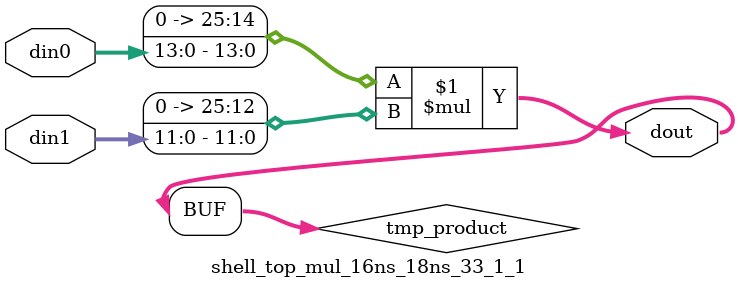
<source format=v>

`timescale 1 ns / 1 ps

  module shell_top_mul_16ns_18ns_33_1_1(din0, din1, dout);
parameter ID = 1;
parameter NUM_STAGE = 0;
parameter din0_WIDTH = 14;
parameter din1_WIDTH = 12;
parameter dout_WIDTH = 26;

input [din0_WIDTH - 1 : 0] din0; 
input [din1_WIDTH - 1 : 0] din1; 
output [dout_WIDTH - 1 : 0] dout;

wire signed [dout_WIDTH - 1 : 0] tmp_product;










assign tmp_product = $signed({1'b0, din0}) * $signed({1'b0, din1});











assign dout = tmp_product;







endmodule

</source>
